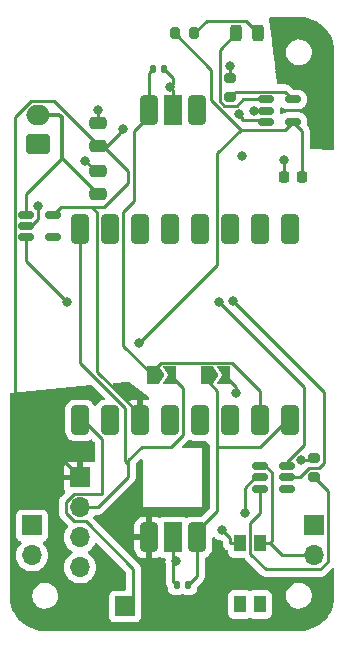
<source format=gbr>
%TF.GenerationSoftware,KiCad,Pcbnew,7.0.7*%
%TF.CreationDate,2024-09-13T10:44:57-05:00*%
%TF.ProjectId,OM-EPSC3-Micro,4f4d2d45-5053-4433-932d-4d6963726f2e,rev?*%
%TF.SameCoordinates,Original*%
%TF.FileFunction,Copper,L1,Top*%
%TF.FilePolarity,Positive*%
%FSLAX46Y46*%
G04 Gerber Fmt 4.6, Leading zero omitted, Abs format (unit mm)*
G04 Created by KiCad (PCBNEW 7.0.7) date 2024-09-13 10:44:57*
%MOMM*%
%LPD*%
G01*
G04 APERTURE LIST*
G04 Aperture macros list*
%AMRoundRect*
0 Rectangle with rounded corners*
0 $1 Rounding radius*
0 $2 $3 $4 $5 $6 $7 $8 $9 X,Y pos of 4 corners*
0 Add a 4 corners polygon primitive as box body*
4,1,4,$2,$3,$4,$5,$6,$7,$8,$9,$2,$3,0*
0 Add four circle primitives for the rounded corners*
1,1,$1+$1,$2,$3*
1,1,$1+$1,$4,$5*
1,1,$1+$1,$6,$7*
1,1,$1+$1,$8,$9*
0 Add four rect primitives between the rounded corners*
20,1,$1+$1,$2,$3,$4,$5,0*
20,1,$1+$1,$4,$5,$6,$7,0*
20,1,$1+$1,$6,$7,$8,$9,0*
20,1,$1+$1,$8,$9,$2,$3,0*%
%AMFreePoly0*
4,1,6,1.000000,0.000000,0.500000,-0.750000,-0.500000,-0.750000,-0.500000,0.750000,0.500000,0.750000,1.000000,0.000000,1.000000,0.000000,$1*%
%AMFreePoly1*
4,1,6,0.500000,-0.750000,-0.650000,-0.750000,-0.150000,0.000000,-0.650000,0.750000,0.500000,0.750000,0.500000,-0.750000,0.500000,-0.750000,$1*%
G04 Aperture macros list end*
%TA.AperFunction,ComponentPad*%
%ADD10R,1.700000X1.700000*%
%TD*%
%TA.AperFunction,SMDPad,CuDef*%
%ADD11RoundRect,0.200000X-0.200000X-0.275000X0.200000X-0.275000X0.200000X0.275000X-0.200000X0.275000X0*%
%TD*%
%TA.AperFunction,ComponentPad*%
%ADD12RoundRect,0.381000X-0.381000X0.881000X-0.381000X-0.881000X0.381000X-0.881000X0.381000X0.881000X0*%
%TD*%
%TA.AperFunction,ComponentPad*%
%ADD13R,1.524000X2.524000*%
%TD*%
%TA.AperFunction,SMDPad,CuDef*%
%ADD14RoundRect,0.150000X-0.512500X-0.150000X0.512500X-0.150000X0.512500X0.150000X-0.512500X0.150000X0*%
%TD*%
%TA.AperFunction,SMDPad,CuDef*%
%ADD15FreePoly0,0.000000*%
%TD*%
%TA.AperFunction,SMDPad,CuDef*%
%ADD16FreePoly1,0.000000*%
%TD*%
%TA.AperFunction,ComponentPad*%
%ADD17O,1.700000X1.700000*%
%TD*%
%TA.AperFunction,SMDPad,CuDef*%
%ADD18RoundRect,0.140000X-0.140000X-0.170000X0.140000X-0.170000X0.140000X0.170000X-0.140000X0.170000X0*%
%TD*%
%TA.AperFunction,ComponentPad*%
%ADD19RoundRect,0.381000X0.381000X-0.881000X0.381000X0.881000X-0.381000X0.881000X-0.381000X-0.881000X0*%
%TD*%
%TA.AperFunction,SMDPad,CuDef*%
%ADD20RoundRect,0.140000X0.140000X0.170000X-0.140000X0.170000X-0.140000X-0.170000X0.140000X-0.170000X0*%
%TD*%
%TA.AperFunction,SMDPad,CuDef*%
%ADD21RoundRect,0.250000X0.475000X-0.250000X0.475000X0.250000X-0.475000X0.250000X-0.475000X-0.250000X0*%
%TD*%
%TA.AperFunction,SMDPad,CuDef*%
%ADD22RoundRect,0.243750X-0.243750X-0.456250X0.243750X-0.456250X0.243750X0.456250X-0.243750X0.456250X0*%
%TD*%
%TA.AperFunction,SMDPad,CuDef*%
%ADD23RoundRect,0.200000X0.275000X-0.200000X0.275000X0.200000X-0.275000X0.200000X-0.275000X-0.200000X0*%
%TD*%
%TA.AperFunction,ComponentPad*%
%ADD24O,2.000000X1.700000*%
%TD*%
%TA.AperFunction,ComponentPad*%
%ADD25RoundRect,0.250000X0.750000X-0.600000X0.750000X0.600000X-0.750000X0.600000X-0.750000X-0.600000X0*%
%TD*%
%TA.AperFunction,SMDPad,CuDef*%
%ADD26R,1.000000X1.450000*%
%TD*%
%TA.AperFunction,SMDPad,CuDef*%
%ADD27RoundRect,0.225000X-0.225000X-0.250000X0.225000X-0.250000X0.225000X0.250000X-0.225000X0.250000X0*%
%TD*%
%TA.AperFunction,ViaPad*%
%ADD28C,0.800000*%
%TD*%
%TA.AperFunction,Conductor*%
%ADD29C,0.250000*%
%TD*%
%TA.AperFunction,Conductor*%
%ADD30C,0.350000*%
%TD*%
G04 APERTURE END LIST*
D10*
%TO.P,J5,1,Pin_1*%
%TO.N,+5V*%
X218694000Y-141478000D03*
%TD*%
D11*
%TO.P,R2,1*%
%TO.N,+5V*%
X222886000Y-92964000D03*
%TO.P,R2,2*%
%TO.N,Net-(D1-A)*%
X224536000Y-92964000D03*
%TD*%
D12*
%TO.P,H1,1,VCC*%
%TO.N,+3V3*%
X224790000Y-99449000D03*
D13*
%TO.P,H1,2,GND*%
%TO.N,GND*%
X222758000Y-99449000D03*
D12*
%TO.P,H1,3,VOUT*%
%TO.N,hall_1*%
X220726000Y-99449000D03*
%TD*%
D14*
%TO.P,U5,1,IN*%
%TO.N,+3V8*%
X210312000Y-108336000D03*
%TO.P,U5,2,GND*%
%TO.N,GND*%
X210312000Y-109286000D03*
%TO.P,U5,3,EN*%
%TO.N,LDO_EN*%
X210312000Y-110236000D03*
%TO.P,U5,4,NC*%
%TO.N,unconnected-(U5-NC-Pad4)*%
X212587000Y-110236000D03*
%TO.P,U5,5,OUT*%
%TO.N,+3V3*%
X212587000Y-108336000D03*
%TD*%
D15*
%TO.P,JP1,1,A*%
%TO.N,hall_1*%
X221054000Y-121920000D03*
D16*
%TO.P,JP1,2,B*%
%TO.N,ADC3*%
X222504000Y-121920000D03*
%TD*%
D14*
%TO.P,U2,1,~{CHRG}*%
%TO.N,Net-(D1-K)*%
X230632000Y-98552000D03*
%TO.P,U2,2,GND*%
%TO.N,GND*%
X230632000Y-99502000D03*
%TO.P,U2,3,BAT*%
%TO.N,+3V8*%
X230632000Y-100452000D03*
%TO.P,U2,4,V_{CC}*%
%TO.N,+5V*%
X232907000Y-100452000D03*
%TO.P,U2,5,PROG*%
%TO.N,Net-(U2-PROG)*%
X232907000Y-98552000D03*
%TD*%
D10*
%TO.P,J3,1,Pin_1*%
%TO.N,GND*%
X234696000Y-134620000D03*
D17*
%TO.P,J3,2,Pin_2*%
%TO.N,RMT-BTN*%
X234696000Y-137160000D03*
%TD*%
D18*
%TO.P,C1,1*%
%TO.N,GND*%
X223068000Y-139700000D03*
%TO.P,C1,2*%
%TO.N,hall_0*%
X224028000Y-139700000D03*
%TD*%
D19*
%TO.P,H0,1,VCC*%
%TO.N,+3V3*%
X220726000Y-135628000D03*
D13*
%TO.P,H0,2,GND*%
%TO.N,GND*%
X222758000Y-135628000D03*
D19*
%TO.P,H0,3,VOUT*%
%TO.N,hall_0*%
X224790000Y-135628000D03*
%TD*%
D20*
%TO.P,C2,1*%
%TO.N,GND*%
X221996000Y-96012000D03*
%TO.P,C2,2*%
%TO.N,hall_1*%
X221036000Y-96012000D03*
%TD*%
D15*
%TO.P,JP2,1,A*%
%TO.N,hall_0*%
X225626000Y-121920000D03*
D16*
%TO.P,JP2,2,B*%
%TO.N,ADC2*%
X227076000Y-121920000D03*
%TD*%
D21*
%TO.P,C9,1*%
%TO.N,+3V8*%
X216408000Y-106548000D03*
%TO.P,C9,2*%
%TO.N,GND*%
X216408000Y-104648000D03*
%TD*%
D10*
%TO.P,J1,1,Pin_1*%
%TO.N,+3V3*%
X214884000Y-130556000D03*
D17*
%TO.P,J1,2,Pin_2*%
%TO.N,ADC3*%
X214884000Y-133096000D03*
%TO.P,J1,3,Pin_3*%
%TO.N,ADC2*%
X214884000Y-135636000D03*
%TO.P,J1,4,Pin_4*%
%TO.N,GND*%
X214884000Y-138176000D03*
%TD*%
D22*
%TO.P,D1,1,K*%
%TO.N,Net-(D1-K)*%
X228092000Y-92964000D03*
%TO.P,D1,2,A*%
%TO.N,Net-(D1-A)*%
X229967000Y-92964000D03*
%TD*%
D23*
%TO.P,R1,1*%
%TO.N,Net-(U2-PROG)*%
X227584000Y-98361000D03*
%TO.P,R1,2*%
%TO.N,GND*%
X227584000Y-96711000D03*
%TD*%
D19*
%TO.P,U1,0,GPIO0*%
%TO.N,hall_0*%
X232664000Y-125722000D03*
%TO.P,U1,1,GPIO1*%
%TO.N,hall_1*%
X230124000Y-125722000D03*
%TO.P,U1,2,GPIO2*%
%TO.N,unconnected-(U1-GPIO2-Pad2)*%
X227584000Y-125722000D03*
%TO.P,U1,3,GPIO3*%
%TO.N,ADC2*%
X225044000Y-125722000D03*
%TO.P,U1,4,GPIO4*%
%TO.N,unconnected-(U1-GPIO4-Pad4)*%
X222504000Y-125722000D03*
%TO.P,U1,5,GPIO5*%
%TO.N,ADC3*%
X214884000Y-109482000D03*
%TO.P,U1,6,GPIO6*%
%TO.N,unconnected-(U1-GPIO6-Pad6)*%
X217424000Y-109482000D03*
%TO.P,U1,7,GPIO7*%
%TO.N,unconnected-(U1-GPIO7-Pad7)*%
X219964000Y-109482000D03*
%TO.P,U1,8,GPIO8*%
%TO.N,SDA*%
X222504000Y-109482000D03*
%TO.P,U1,9,GPIO9*%
%TO.N,SCL*%
X225044000Y-109482000D03*
%TO.P,U1,10,GPIO10*%
%TO.N,unconnected-(U1-GPIO10-Pad10)*%
X227584000Y-109482000D03*
%TO.P,U1,20,GPIO20*%
%TO.N,unconnected-(U1-GPIO20-Pad20)*%
X230124000Y-109482000D03*
%TO.P,U1,21,GPIO21*%
%TO.N,unconnected-(U1-GPIO21-Pad21)*%
X232664000Y-109482000D03*
%TO.P,U1,100,5V*%
%TO.N,+5V*%
X214884000Y-125722000D03*
%TO.P,U1,101,GND*%
%TO.N,GND*%
X217424000Y-125722000D03*
%TO.P,U1,102,3V3*%
%TO.N,+3V3*%
X219964000Y-125722000D03*
%TD*%
D23*
%TO.P,R8,1*%
%TO.N,Net-(MAX1-CLEAR)*%
X234696000Y-130556000D03*
%TO.P,R8,2*%
%TO.N,GND*%
X234696000Y-128906000D03*
%TD*%
D24*
%TO.P,J4,1*%
%TO.N,+3V8*%
X211328000Y-99842000D03*
D25*
%TO.P,J4,2*%
%TO.N,GND*%
X211328000Y-102342000D03*
%TD*%
D26*
%TO.P,SW2,1,1*%
%TO.N,GND*%
X228424000Y-136144000D03*
%TO.P,SW2,2,2*%
%TO.N,RMT-BTN*%
X230124000Y-136144000D03*
%TO.P,SW2,3*%
%TO.N,N/C*%
X228424000Y-141294000D03*
%TO.P,SW2,4*%
X230124000Y-141294000D03*
%TD*%
D10*
%TO.P,J2,1,Pin_1*%
%TO.N,GND*%
X210820000Y-134620000D03*
D17*
%TO.P,J2,2,Pin_2*%
%TO.N,RMT-BTN*%
X210820000Y-137160000D03*
%TD*%
D27*
%TO.P,C5,1*%
%TO.N,GND*%
X232130000Y-105156000D03*
%TO.P,C5,2*%
%TO.N,+5V*%
X233680000Y-105156000D03*
%TD*%
D14*
%TO.P,MAX1,1,In*%
%TO.N,RMT-BTN*%
X230124000Y-129606000D03*
%TO.P,MAX1,2,GND*%
%TO.N,GND*%
X230124000Y-130556000D03*
%TO.P,MAX1,3,CLEAR*%
%TO.N,Net-(MAX1-CLEAR)*%
X230124000Y-131506000D03*
%TO.P,MAX1,4,OU*%
%TO.N,unconnected-(MAX1-OU-Pad4)*%
X232399000Y-131506000D03*
%TO.P,MAX1,5,OUT*%
%TO.N,LDO_EN*%
X232399000Y-130556000D03*
%TO.P,MAX1,6,Vcc*%
%TO.N,+3V8*%
X232399000Y-129606000D03*
%TD*%
D21*
%TO.P,C10,1*%
%TO.N,+3V3*%
X216408000Y-102484000D03*
%TO.P,C10,2*%
%TO.N,GND*%
X216408000Y-100584000D03*
%TD*%
D28*
%TO.N,GND*%
X229616000Y-99568000D03*
%TO.N,+3V8*%
X228346000Y-99822000D03*
%TO.N,*%
X228600000Y-103378000D03*
%TO.N,+3V3*%
X218489800Y-101041000D03*
X231801300Y-96232700D03*
%TO.N,GND*%
X216408000Y-99474600D03*
X228805000Y-133545300D03*
X222504000Y-97536000D03*
X227584000Y-95707800D03*
X232118700Y-103663200D03*
X233598800Y-129044100D03*
X211319300Y-107598200D03*
X223012000Y-137668000D03*
X226872300Y-134971900D03*
X215328600Y-103757000D03*
%TO.N,+5V*%
X219904700Y-119139000D03*
%TO.N,ADC2*%
X228092000Y-123444000D03*
%TO.N,+3V8*%
X226621900Y-115696500D03*
%TO.N,LDO_EN*%
X213765600Y-115696500D03*
X227806600Y-115636700D03*
%TD*%
D29*
%TO.N,GND*%
X230566000Y-99568000D02*
X230632000Y-99502000D01*
X229616000Y-99568000D02*
X230566000Y-99568000D01*
%TO.N,+3V8*%
X228346000Y-100076000D02*
X228346000Y-100076000D01*
X228600000Y-100076000D02*
X228346000Y-100076000D01*
X228600000Y-100330000D02*
X228600000Y-100076000D01*
X228092000Y-99822000D02*
X228092000Y-99822000D01*
X228346000Y-99822000D02*
X228092000Y-99822000D01*
X228346000Y-100076000D02*
X228346000Y-99822000D01*
X228600000Y-100330000D02*
X228600000Y-100330000D01*
X229108000Y-100330000D02*
X228600000Y-100330000D01*
X230510000Y-100330000D02*
X229108000Y-100330000D01*
X230632000Y-100452000D02*
X230510000Y-100330000D01*
%TO.N,+5V*%
X214884000Y-125442435D02*
X214884000Y-125222000D01*
X216750565Y-127309000D02*
X214884000Y-125442435D01*
X216750565Y-131917734D02*
X216750565Y-127309000D01*
X214400565Y-131917734D02*
X216750565Y-131917734D01*
X213709000Y-132609299D02*
X214400565Y-131917734D01*
X213709000Y-133582701D02*
X213709000Y-132609299D01*
X214397299Y-134271000D02*
X213709000Y-133582701D01*
X215370701Y-134271000D02*
X214397299Y-134271000D01*
X219398000Y-138298299D02*
X215370701Y-134271000D01*
X219398000Y-140774000D02*
X219398000Y-138298299D01*
X218694000Y-141478000D02*
X219398000Y-140774000D01*
X226473600Y-103083900D02*
X228458600Y-101098900D01*
%TO.N,+3V3*%
X216996000Y-102646900D02*
X218232500Y-101410400D01*
X218232500Y-101296700D02*
X218489800Y-101039400D01*
X213227000Y-107696000D02*
X212587000Y-108336000D01*
X209324500Y-124996500D02*
X209324500Y-100033799D01*
X218232500Y-101410400D02*
X218232500Y-101296700D01*
X214884000Y-130556000D02*
X209324500Y-124996500D01*
X218948000Y-104599000D02*
X218948000Y-105664000D01*
X219964000Y-125222000D02*
X216337000Y-121595000D01*
X216996000Y-102646900D02*
X218948000Y-104599000D01*
X210691299Y-98667000D02*
X212658106Y-98667000D01*
X215900000Y-107696000D02*
X213227000Y-107696000D01*
X216916000Y-107696000D02*
X215900000Y-107696000D01*
X218489800Y-101039400D02*
X218489800Y-101041000D01*
X216833000Y-102484000D02*
X216996000Y-102646900D01*
X212658106Y-98667000D02*
X216408000Y-102416894D01*
X216408000Y-102416894D02*
X216408000Y-102484000D01*
X218948000Y-105664000D02*
X216916000Y-107696000D01*
X216337000Y-121595000D02*
X216337000Y-108133000D01*
X209324500Y-100033799D02*
X210691299Y-98667000D01*
X216337000Y-108133000D02*
X215900000Y-107696000D01*
X216408000Y-102484000D02*
X216833000Y-102484000D01*
%TO.N,hall_1*%
X230124000Y-123258000D02*
X227711000Y-120845000D01*
X221719000Y-120845000D02*
X221054000Y-121510000D01*
X220726000Y-96322000D02*
X220726000Y-99949000D01*
X220726000Y-99949000D02*
X219456000Y-101219000D01*
X221036000Y-96012000D02*
X220726000Y-96322000D01*
X227711000Y-120845000D02*
X221719000Y-120845000D01*
X219456000Y-107188000D02*
X218545000Y-108099000D01*
X218545000Y-108099000D02*
X218545000Y-119411000D01*
X230124000Y-125222000D02*
X230124000Y-123258000D01*
X219456000Y-101219000D02*
X219456000Y-107188000D01*
X221054000Y-121510000D02*
X221054000Y-121920000D01*
X218545000Y-119411000D02*
X221054000Y-121920000D01*
%TO.N,hall_0*%
X226497000Y-133421000D02*
X226497000Y-128016000D01*
X226497000Y-128016000D02*
X226497000Y-123201000D01*
X230090000Y-128016000D02*
X226497000Y-128016000D01*
X224790000Y-135128000D02*
X224790000Y-138938000D01*
X232664000Y-125222000D02*
X232664000Y-125442000D01*
X232664000Y-125442000D02*
X230090000Y-128016000D01*
X226497000Y-123201000D02*
X225626000Y-122330000D01*
X224790000Y-138938000D02*
X224028000Y-139700000D01*
X224790000Y-135128000D02*
X226497000Y-133421000D01*
X225626000Y-122330000D02*
X225626000Y-121920000D01*
%TO.N,GND*%
X211319300Y-108685400D02*
X210718700Y-109286000D01*
X227597100Y-135696700D02*
X227597100Y-136144000D01*
X216219600Y-104648000D02*
X216408000Y-104648000D01*
X221996000Y-96012000D02*
X222758000Y-96774000D01*
X227584000Y-95707800D02*
X227584000Y-96711000D01*
X223068000Y-139700000D02*
X222758000Y-139390000D01*
X234696000Y-128906000D02*
X234557900Y-129044100D01*
X222758000Y-137414000D02*
X222758000Y-135128000D01*
X232118700Y-103663200D02*
X232130000Y-103674500D01*
X222758000Y-97790000D02*
X222758000Y-99949000D01*
X232130000Y-103674500D02*
X232130000Y-105156000D01*
X222758000Y-96774000D02*
X222758000Y-97282000D01*
X222758000Y-97282000D02*
X222504000Y-97536000D01*
X215328600Y-103757000D02*
X216219600Y-104648000D01*
X226872300Y-134971900D02*
X227597100Y-135696700D01*
X229683100Y-130556000D02*
X230124000Y-130556000D01*
X228424000Y-136144000D02*
X227597100Y-136144000D01*
X210718700Y-109286000D02*
X210312000Y-109286000D01*
X211319300Y-107598200D02*
X211319300Y-108685400D01*
X234557900Y-129044100D02*
X233598800Y-129044100D01*
X222504000Y-97536000D02*
X222758000Y-97790000D01*
X222758000Y-139390000D02*
X222758000Y-137922000D01*
X228805000Y-131434100D02*
X229683100Y-130556000D01*
X222758000Y-137922000D02*
X223012000Y-137668000D01*
X223012000Y-137668000D02*
X222758000Y-137414000D01*
X228805000Y-133545300D02*
X228805000Y-131434100D01*
X216408000Y-99474600D02*
X216408000Y-100584000D01*
%TO.N,+5V*%
X222886000Y-92964000D02*
X225977100Y-96055100D01*
X233680000Y-105156000D02*
X233680000Y-101225000D01*
X225977100Y-98617400D02*
X228458600Y-101098900D01*
X228458600Y-101098900D02*
X232260100Y-101098900D01*
X233680000Y-101225000D02*
X232907000Y-100452000D01*
X226473600Y-112570100D02*
X226473600Y-103083900D01*
X225977100Y-96055100D02*
X225977100Y-98617400D01*
X232260100Y-101098900D02*
X232907000Y-100452000D01*
X219904700Y-119139000D02*
X226473600Y-112570100D01*
%TO.N,ADC3*%
X220113000Y-127936000D02*
X218948000Y-129101000D01*
X218694000Y-124654600D02*
X214884000Y-120844600D01*
X214884000Y-120844600D02*
X214884000Y-109982000D01*
X218694000Y-129151900D02*
X218694000Y-124654600D01*
X218948000Y-130523000D02*
X216375000Y-133096000D01*
X222504000Y-121920000D02*
X223591000Y-123007000D01*
X218948000Y-129405900D02*
X218694000Y-129151900D01*
X223591000Y-126929000D02*
X222584000Y-127936000D01*
X216375000Y-133096000D02*
X214884000Y-133096000D01*
X218948000Y-129101000D02*
X218948000Y-129405900D01*
X223591000Y-123007000D02*
X223591000Y-126929000D01*
X218948000Y-129405900D02*
X218948000Y-130523000D01*
X222584000Y-127936000D02*
X220113000Y-127936000D01*
%TO.N,ADC2*%
X228092000Y-123444000D02*
X228092000Y-122936000D01*
X228092000Y-122936000D02*
X227076000Y-121920000D01*
%TO.N,Net-(D1-K)*%
X227088200Y-99089400D02*
X226698700Y-98699900D01*
X228659400Y-98552000D02*
X228122000Y-99089400D01*
X230632000Y-98552000D02*
X228659400Y-98552000D01*
X228122000Y-99089400D02*
X227088200Y-99089400D01*
X226698700Y-94357300D02*
X228092000Y-92964000D01*
X226698700Y-98699900D02*
X226698700Y-94357300D01*
D30*
%TO.N,+3V8*%
X213126000Y-99842000D02*
X211328000Y-99842000D01*
D29*
X232399000Y-129216000D02*
X232399000Y-129606000D01*
D30*
X216408000Y-106548000D02*
X213360000Y-103500000D01*
X213360000Y-103500000D02*
X213360000Y-100076000D01*
D29*
X226621900Y-115696500D02*
X233798900Y-122873500D01*
X213360000Y-103500000D02*
X210312000Y-106548000D01*
X233798900Y-122873500D02*
X233798900Y-127816100D01*
D30*
X213360000Y-100076000D02*
X213126000Y-99842000D01*
D29*
X210312000Y-106548000D02*
X210312000Y-108336000D01*
X233798900Y-127816100D02*
X232399000Y-129216000D01*
%TO.N,Net-(D1-A)*%
X224536000Y-92964000D02*
X225583000Y-91917000D01*
X225583000Y-91917000D02*
X228920000Y-91917000D01*
X228920000Y-91917000D02*
X229967000Y-92964000D01*
%TO.N,Net-(U2-PROG)*%
X228046800Y-97898200D02*
X227584000Y-98361000D01*
X232907000Y-98552000D02*
X232253200Y-97898200D01*
X232253200Y-97898200D02*
X228046800Y-97898200D01*
%TO.N,RMT-BTN*%
X230124000Y-129606000D02*
X230607300Y-129606000D01*
X230124000Y-136144000D02*
X230950900Y-136144000D01*
X234696000Y-137160000D02*
X231966900Y-137160000D01*
X230607300Y-129606000D02*
X231164500Y-130163200D01*
X231966900Y-137160000D02*
X230950900Y-136144000D01*
X231164500Y-135930400D02*
X230950900Y-136144000D01*
X231164500Y-130163200D02*
X231164500Y-135930400D01*
%TO.N,Net-(MAX1-CLEAR)*%
X230628700Y-138336900D02*
X235205500Y-138336900D01*
X229297100Y-137005300D02*
X230628700Y-138336900D01*
X230124000Y-133600900D02*
X229297100Y-134427800D01*
X235205500Y-138336900D02*
X235872900Y-137669500D01*
X235872900Y-137669500D02*
X235872900Y-131732900D01*
X230124000Y-131506000D02*
X230124000Y-133600900D01*
X235872900Y-131732900D02*
X234696000Y-130556000D01*
X229297100Y-134427800D02*
X229297100Y-137005300D01*
%TO.N,LDO_EN*%
X232399000Y-130556000D02*
X233474200Y-130556000D01*
X235125700Y-129731000D02*
X235502600Y-129354100D01*
X234299200Y-129731000D02*
X235125700Y-129731000D01*
X235502600Y-129354100D02*
X235502600Y-123332700D01*
X233474200Y-130556000D02*
X234299200Y-129731000D01*
X235502600Y-123332700D02*
X227806600Y-115636700D01*
X213765600Y-115696500D02*
X210312100Y-112243000D01*
X210312100Y-112243000D02*
X210312100Y-110236000D01*
X210312100Y-110236000D02*
X210312000Y-110236000D01*
%TD*%
%TA.AperFunction,Conductor*%
%TO.N,+3V3*%
G36*
X215890115Y-122743699D02*
G01*
X215921116Y-122766306D01*
X216923520Y-123768710D01*
X216957005Y-123830033D01*
X216952021Y-123899725D01*
X216910149Y-123955658D01*
X216865766Y-123976725D01*
X216737228Y-124008691D01*
X216737221Y-124008694D01*
X216565456Y-124093881D01*
X216565453Y-124093883D01*
X216416010Y-124214009D01*
X216416009Y-124214010D01*
X216295883Y-124363453D01*
X216295881Y-124363457D01*
X216265086Y-124425548D01*
X216217665Y-124476860D01*
X216150029Y-124494388D01*
X216083654Y-124472568D01*
X216042911Y-124425547D01*
X216012116Y-124363453D01*
X215891990Y-124214010D01*
X215863921Y-124191447D01*
X215742546Y-124093883D01*
X215742543Y-124093881D01*
X215570778Y-124008694D01*
X215570776Y-124008693D01*
X215570775Y-124008693D01*
X215532939Y-123999283D01*
X215384708Y-123962419D01*
X215341658Y-123959500D01*
X215341657Y-123959500D01*
X214426344Y-123959501D01*
X214426343Y-123959501D01*
X214383298Y-123962418D01*
X214383297Y-123962418D01*
X214197221Y-124008694D01*
X214025456Y-124093881D01*
X214025453Y-124093883D01*
X213876010Y-124214009D01*
X213876009Y-124214010D01*
X213755883Y-124363453D01*
X213755881Y-124363456D01*
X213670694Y-124535221D01*
X213624419Y-124721291D01*
X213621500Y-124764342D01*
X213621501Y-126679656D01*
X213621501Y-126679657D01*
X213624418Y-126722701D01*
X213624418Y-126722702D01*
X213670694Y-126908778D01*
X213755881Y-127080543D01*
X213755883Y-127080546D01*
X213876009Y-127229989D01*
X213876010Y-127229990D01*
X214025453Y-127350116D01*
X214025456Y-127350118D01*
X214151485Y-127412622D01*
X214197225Y-127435307D01*
X214347013Y-127472558D01*
X214383291Y-127481580D01*
X214383292Y-127481580D01*
X214383296Y-127481581D01*
X214422336Y-127484228D01*
X214426342Y-127484500D01*
X214426342Y-127484499D01*
X214426343Y-127484500D01*
X215341656Y-127484499D01*
X215341657Y-127484499D01*
X215352417Y-127483769D01*
X215384704Y-127481581D01*
X215570775Y-127435307D01*
X215742547Y-127350116D01*
X215747059Y-127346488D01*
X215811642Y-127319830D01*
X215880387Y-127332318D01*
X215912429Y-127355454D01*
X216088746Y-127531771D01*
X216122231Y-127593094D01*
X216125065Y-127619452D01*
X216125065Y-129139617D01*
X216105380Y-129206656D01*
X216052576Y-129252411D01*
X215983418Y-129262355D01*
X215957733Y-129255799D01*
X215841382Y-129212403D01*
X215841372Y-129212401D01*
X215781844Y-129206000D01*
X215134000Y-129206000D01*
X215134000Y-129943698D01*
X215114315Y-130010737D01*
X215061511Y-130056492D01*
X214992355Y-130066436D01*
X214919766Y-130056000D01*
X214919763Y-130056000D01*
X214848237Y-130056000D01*
X214848233Y-130056000D01*
X214775645Y-130066436D01*
X214706487Y-130056492D01*
X214653684Y-130010736D01*
X214634000Y-129943698D01*
X214634000Y-129206000D01*
X213986155Y-129206000D01*
X213926627Y-129212401D01*
X213926620Y-129212403D01*
X213791913Y-129262645D01*
X213791906Y-129262649D01*
X213676812Y-129348809D01*
X213676809Y-129348812D01*
X213590649Y-129463906D01*
X213590645Y-129463913D01*
X213540403Y-129598620D01*
X213540401Y-129598627D01*
X213534000Y-129658155D01*
X213534000Y-130306000D01*
X214270653Y-130306000D01*
X214337692Y-130325685D01*
X214383447Y-130378489D01*
X214393391Y-130447647D01*
X214389631Y-130464933D01*
X214384000Y-130484111D01*
X214384000Y-130627888D01*
X214389631Y-130647067D01*
X214389630Y-130716936D01*
X214351855Y-130775714D01*
X214288299Y-130804738D01*
X214270653Y-130806000D01*
X213534000Y-130806000D01*
X213534000Y-131453844D01*
X213540401Y-131513372D01*
X213540402Y-131513376D01*
X213590649Y-131648093D01*
X213609726Y-131673577D01*
X213634142Y-131739041D01*
X213619290Y-131807314D01*
X213598139Y-131835567D01*
X213325208Y-132108498D01*
X213312951Y-132118319D01*
X213313134Y-132118540D01*
X213307123Y-132123512D01*
X213259772Y-132173935D01*
X213238888Y-132194818D01*
X213238877Y-132194831D01*
X213234621Y-132200316D01*
X213230837Y-132204746D01*
X213198937Y-132238717D01*
X213198936Y-132238719D01*
X213189284Y-132256275D01*
X213178610Y-132272525D01*
X213166329Y-132288360D01*
X213166324Y-132288367D01*
X213147815Y-132331137D01*
X213145245Y-132336383D01*
X213122803Y-132377205D01*
X213117822Y-132396606D01*
X213111521Y-132415009D01*
X213103562Y-132433401D01*
X213103561Y-132433404D01*
X213096271Y-132479426D01*
X213095087Y-132485145D01*
X213083501Y-132530271D01*
X213083500Y-132530281D01*
X213083500Y-132550315D01*
X213081973Y-132569714D01*
X213078840Y-132589493D01*
X213078840Y-132589494D01*
X213083225Y-132635882D01*
X213083500Y-132641720D01*
X213083500Y-133499956D01*
X213081775Y-133515573D01*
X213082061Y-133515600D01*
X213081326Y-133523366D01*
X213083500Y-133592515D01*
X213083500Y-133622044D01*
X213083501Y-133622061D01*
X213084368Y-133628932D01*
X213084826Y-133634751D01*
X213086290Y-133681325D01*
X213086291Y-133681328D01*
X213091880Y-133700568D01*
X213095824Y-133719612D01*
X213098336Y-133739493D01*
X213115490Y-133782820D01*
X213117382Y-133788348D01*
X213130381Y-133833089D01*
X213140580Y-133850335D01*
X213149136Y-133867801D01*
X213150763Y-133871908D01*
X213156514Y-133886433D01*
X213183898Y-133924124D01*
X213187106Y-133929008D01*
X213210827Y-133969117D01*
X213210833Y-133969125D01*
X213224990Y-133983281D01*
X213237628Y-133998077D01*
X213249405Y-134014287D01*
X213249406Y-134014288D01*
X213285309Y-134043989D01*
X213289620Y-134047911D01*
X213571157Y-134329448D01*
X213838527Y-134596818D01*
X213872012Y-134658141D01*
X213867028Y-134727833D01*
X213848311Y-134759955D01*
X213848610Y-134760164D01*
X213846106Y-134763738D01*
X213845837Y-134764202D01*
X213845508Y-134764593D01*
X213709965Y-134958169D01*
X213709964Y-134958171D01*
X213610098Y-135172335D01*
X213610094Y-135172344D01*
X213548938Y-135400586D01*
X213548936Y-135400596D01*
X213528341Y-135635999D01*
X213528341Y-135636000D01*
X213548936Y-135871403D01*
X213548938Y-135871413D01*
X213610094Y-136099655D01*
X213610096Y-136099659D01*
X213610097Y-136099663D01*
X213685861Y-136262138D01*
X213709965Y-136313830D01*
X213709967Y-136313834D01*
X213803724Y-136447732D01*
X213836252Y-136494187D01*
X213845501Y-136507395D01*
X213845506Y-136507402D01*
X214012597Y-136674493D01*
X214012603Y-136674498D01*
X214198158Y-136804425D01*
X214241783Y-136859002D01*
X214248977Y-136928500D01*
X214217454Y-136990855D01*
X214198158Y-137007575D01*
X214012597Y-137137505D01*
X213845505Y-137304597D01*
X213709965Y-137498169D01*
X213709964Y-137498171D01*
X213610098Y-137712335D01*
X213610094Y-137712344D01*
X213548938Y-137940586D01*
X213548936Y-137940596D01*
X213528341Y-138175999D01*
X213528341Y-138176000D01*
X213548936Y-138411403D01*
X213548938Y-138411413D01*
X213610094Y-138639655D01*
X213610096Y-138639659D01*
X213610097Y-138639663D01*
X213647878Y-138720684D01*
X213709965Y-138853830D01*
X213709967Y-138853834D01*
X213818281Y-139008521D01*
X213845505Y-139047401D01*
X214012599Y-139214495D01*
X214098668Y-139274761D01*
X214206165Y-139350032D01*
X214206167Y-139350033D01*
X214206170Y-139350035D01*
X214420337Y-139449903D01*
X214648592Y-139511063D01*
X214836918Y-139527539D01*
X214883999Y-139531659D01*
X214884000Y-139531659D01*
X214884001Y-139531659D01*
X214923234Y-139528226D01*
X215119408Y-139511063D01*
X215347663Y-139449903D01*
X215561830Y-139350035D01*
X215755401Y-139214495D01*
X215922495Y-139047401D01*
X216058035Y-138853830D01*
X216157903Y-138639663D01*
X216219063Y-138411408D01*
X216239659Y-138176000D01*
X216238313Y-138160621D01*
X216227435Y-138036284D01*
X216219063Y-137940592D01*
X216157903Y-137712337D01*
X216058035Y-137498171D01*
X216052567Y-137490361D01*
X215922494Y-137304597D01*
X215755402Y-137137506D01*
X215755396Y-137137501D01*
X215569842Y-137007575D01*
X215526217Y-136952998D01*
X215519023Y-136883500D01*
X215550546Y-136821145D01*
X215569842Y-136804425D01*
X215656689Y-136743614D01*
X215755401Y-136674495D01*
X215922495Y-136507401D01*
X216058035Y-136313830D01*
X216132949Y-136153174D01*
X216179120Y-136100737D01*
X216246313Y-136081585D01*
X216313194Y-136101800D01*
X216333011Y-136117900D01*
X218736181Y-138521070D01*
X218769666Y-138582393D01*
X218772500Y-138608751D01*
X218772499Y-140003500D01*
X218752814Y-140070540D01*
X218700010Y-140116294D01*
X218648499Y-140127500D01*
X217796129Y-140127500D01*
X217796123Y-140127501D01*
X217736516Y-140133908D01*
X217601671Y-140184202D01*
X217601664Y-140184206D01*
X217486455Y-140270452D01*
X217486452Y-140270455D01*
X217400206Y-140385664D01*
X217400202Y-140385671D01*
X217349908Y-140520517D01*
X217345117Y-140565084D01*
X217343501Y-140580123D01*
X217343500Y-140580135D01*
X217343500Y-142375870D01*
X217343501Y-142375876D01*
X217349908Y-142435483D01*
X217400202Y-142570328D01*
X217400206Y-142570335D01*
X217486452Y-142685544D01*
X217486455Y-142685547D01*
X217601664Y-142771793D01*
X217601671Y-142771797D01*
X217736517Y-142822091D01*
X217736516Y-142822091D01*
X217743444Y-142822835D01*
X217796127Y-142828500D01*
X219591872Y-142828499D01*
X219651483Y-142822091D01*
X219786331Y-142771796D01*
X219901546Y-142685546D01*
X219987796Y-142570331D01*
X220038091Y-142435483D01*
X220044500Y-142375873D01*
X220044500Y-142066870D01*
X227423500Y-142066870D01*
X227423501Y-142066876D01*
X227429908Y-142126483D01*
X227480202Y-142261328D01*
X227480206Y-142261335D01*
X227566452Y-142376544D01*
X227566455Y-142376547D01*
X227681664Y-142462793D01*
X227681671Y-142462797D01*
X227816517Y-142513091D01*
X227816516Y-142513091D01*
X227823444Y-142513835D01*
X227876127Y-142519500D01*
X228971872Y-142519499D01*
X229031483Y-142513091D01*
X229166329Y-142462797D01*
X229166329Y-142462796D01*
X229166331Y-142462796D01*
X229199689Y-142437823D01*
X229265151Y-142413406D01*
X229333425Y-142428257D01*
X229348305Y-142437820D01*
X229381669Y-142462796D01*
X229381670Y-142462796D01*
X229381670Y-142462797D01*
X229516517Y-142513091D01*
X229516516Y-142513091D01*
X229523444Y-142513835D01*
X229576127Y-142519500D01*
X230671872Y-142519499D01*
X230731483Y-142513091D01*
X230866331Y-142462796D01*
X230981546Y-142376546D01*
X231067796Y-142261331D01*
X231118091Y-142126483D01*
X231124500Y-142066873D01*
X231124499Y-140561004D01*
X232314490Y-140561004D01*
X232314649Y-140563187D01*
X232315018Y-140565084D01*
X232349000Y-140831113D01*
X232349128Y-140833139D01*
X232349221Y-140833625D01*
X232349463Y-140835119D01*
X232349973Y-140836516D01*
X232350281Y-140837436D01*
X232351118Y-140839192D01*
X232406615Y-140979859D01*
X232406620Y-140979870D01*
X232447284Y-141082942D01*
X232448427Y-141086576D01*
X232450552Y-141091248D01*
X232451848Y-141093238D01*
X232453080Y-141094714D01*
X232610061Y-141310800D01*
X232611161Y-141312557D01*
X232611521Y-141312995D01*
X232612580Y-141314369D01*
X232613880Y-141315502D01*
X232616268Y-141317711D01*
X232619510Y-141320023D01*
X232822270Y-141487566D01*
X232823852Y-141489073D01*
X232824006Y-141489185D01*
X232825715Y-141490518D01*
X232827659Y-141491478D01*
X232830170Y-141492837D01*
X232833974Y-141494298D01*
X233070839Y-141605595D01*
X233072626Y-141606592D01*
X233073234Y-141606836D01*
X233074802Y-141607520D01*
X233076422Y-141607872D01*
X233079970Y-141608749D01*
X233083861Y-141609204D01*
X233341700Y-141658682D01*
X233344161Y-141659332D01*
X233345943Y-141659625D01*
X233348627Y-141659500D01*
X233351203Y-141659494D01*
X233355379Y-141658918D01*
X233616710Y-141642765D01*
X233618813Y-141642780D01*
X233619179Y-141642736D01*
X233621103Y-141642562D01*
X233622937Y-141642017D01*
X233623348Y-141641908D01*
X233625292Y-141641116D01*
X233873556Y-141559625D01*
X233877083Y-141558777D01*
X233881976Y-141556931D01*
X233883266Y-141556479D01*
X233884548Y-141555711D01*
X233888182Y-141553661D01*
X233891235Y-141551395D01*
X234108558Y-141414283D01*
X234112181Y-141412351D01*
X234114786Y-141410491D01*
X234116353Y-141409446D01*
X234117679Y-141408103D01*
X234120170Y-141405733D01*
X234122725Y-141402573D01*
X234298916Y-141215196D01*
X234302162Y-141212229D01*
X234303590Y-141210502D01*
X234305510Y-141208391D01*
X234306940Y-141205908D01*
X234308067Y-141204145D01*
X234309925Y-141200073D01*
X234407208Y-141023057D01*
X234407217Y-141023049D01*
X234434014Y-140974286D01*
X234436275Y-140970805D01*
X234437600Y-140968019D01*
X234438551Y-140966183D01*
X234439113Y-140964181D01*
X234439959Y-140961529D01*
X234440690Y-140957451D01*
X234504191Y-140708123D01*
X234505407Y-140704502D01*
X234506210Y-140700528D01*
X234506552Y-140699033D01*
X234506597Y-140697459D01*
X234506642Y-140696650D01*
X234506500Y-140694617D01*
X234506500Y-140431844D01*
X234506770Y-140428037D01*
X234506582Y-140424387D01*
X234506545Y-140422954D01*
X234506236Y-140421575D01*
X234505512Y-140417932D01*
X234504285Y-140414239D01*
X234497009Y-140385671D01*
X234440667Y-140164453D01*
X234439974Y-140160602D01*
X234438976Y-140157413D01*
X234438524Y-140155808D01*
X234437767Y-140154320D01*
X234437488Y-140153731D01*
X234436358Y-140151974D01*
X234309752Y-139921608D01*
X234308025Y-139917850D01*
X234306577Y-139915550D01*
X234305473Y-139913645D01*
X234304011Y-139912004D01*
X234303966Y-139911949D01*
X234302376Y-139910478D01*
X234119207Y-139715679D01*
X234117866Y-139714048D01*
X234116430Y-139712598D01*
X234114760Y-139711477D01*
X234114405Y-139711221D01*
X234112517Y-139710209D01*
X233886929Y-139567882D01*
X233885531Y-139566858D01*
X233883211Y-139565529D01*
X233877697Y-139563469D01*
X233874443Y-139562660D01*
X233648898Y-139488627D01*
X233624904Y-139480751D01*
X233623149Y-139480049D01*
X233621094Y-139479493D01*
X233619080Y-139479258D01*
X233617175Y-139479258D01*
X233350280Y-139462761D01*
X233348324Y-139462506D01*
X233347469Y-139462500D01*
X233345933Y-139462447D01*
X233344337Y-139462695D01*
X233344120Y-139462722D01*
X233342140Y-139463229D01*
X233336814Y-139464250D01*
X233336803Y-139464254D01*
X233078762Y-139513769D01*
X233076841Y-139514014D01*
X233076156Y-139514186D01*
X233075016Y-139514442D01*
X233074976Y-139514461D01*
X233072897Y-139515296D01*
X233071164Y-139516250D01*
X232829517Y-139629790D01*
X232827694Y-139630504D01*
X232825731Y-139631559D01*
X232823963Y-139632863D01*
X232822532Y-139634212D01*
X232615803Y-139805035D01*
X232614234Y-139806170D01*
X232612632Y-139807646D01*
X232611205Y-139809410D01*
X232610191Y-139811017D01*
X232452889Y-140027543D01*
X232451701Y-140028980D01*
X232450550Y-140030750D01*
X232449482Y-140033138D01*
X232448940Y-140034851D01*
X232351029Y-140283024D01*
X232350207Y-140284767D01*
X232349506Y-140286868D01*
X232349123Y-140288946D01*
X232349000Y-140290881D01*
X232315002Y-140557033D01*
X232314627Y-140558984D01*
X232314490Y-140561004D01*
X231124499Y-140561004D01*
X231124499Y-140521128D01*
X231118091Y-140461517D01*
X231117161Y-140459024D01*
X231067797Y-140326671D01*
X231067793Y-140326664D01*
X230981547Y-140211455D01*
X230981544Y-140211452D01*
X230866335Y-140125206D01*
X230866328Y-140125202D01*
X230731482Y-140074908D01*
X230731483Y-140074908D01*
X230671883Y-140068501D01*
X230671881Y-140068500D01*
X230671873Y-140068500D01*
X230671864Y-140068500D01*
X229576129Y-140068500D01*
X229576123Y-140068501D01*
X229516516Y-140074908D01*
X229381671Y-140125202D01*
X229381669Y-140125203D01*
X229348310Y-140150176D01*
X229282845Y-140174592D01*
X229214572Y-140159740D01*
X229199690Y-140150176D01*
X229166330Y-140125203D01*
X229166328Y-140125202D01*
X229031482Y-140074908D01*
X229031483Y-140074908D01*
X228971883Y-140068501D01*
X228971881Y-140068500D01*
X228971873Y-140068500D01*
X228971864Y-140068500D01*
X227876129Y-140068500D01*
X227876123Y-140068501D01*
X227816516Y-140074908D01*
X227681671Y-140125202D01*
X227681664Y-140125206D01*
X227566455Y-140211452D01*
X227566452Y-140211455D01*
X227480206Y-140326664D01*
X227480202Y-140326671D01*
X227429908Y-140461517D01*
X227423565Y-140520518D01*
X227423501Y-140521123D01*
X227423500Y-140521135D01*
X227423500Y-142066870D01*
X220044500Y-142066870D01*
X220044499Y-140580128D01*
X220038091Y-140520517D01*
X220031316Y-140502354D01*
X220023500Y-140459024D01*
X220023500Y-138381041D01*
X220025224Y-138365421D01*
X220024939Y-138365395D01*
X220025671Y-138357639D01*
X220025673Y-138357632D01*
X220023500Y-138288484D01*
X220023500Y-138258949D01*
X220022631Y-138252071D01*
X220022172Y-138246242D01*
X220020709Y-138199671D01*
X220015122Y-138180443D01*
X220011174Y-138161383D01*
X220008663Y-138141503D01*
X219991512Y-138098186D01*
X219989619Y-138092657D01*
X219976618Y-138047908D01*
X219976616Y-138047905D01*
X219966423Y-138030670D01*
X219957861Y-138013193D01*
X219950487Y-137994569D01*
X219948489Y-137991819D01*
X219923079Y-137956844D01*
X219919888Y-137951985D01*
X219919596Y-137951492D01*
X219896170Y-137911879D01*
X219896168Y-137911877D01*
X219896165Y-137911873D01*
X219882006Y-137897714D01*
X219869368Y-137882918D01*
X219857594Y-137866712D01*
X219852802Y-137862748D01*
X219821688Y-137837008D01*
X219817376Y-137833085D01*
X217862292Y-135878000D01*
X219464001Y-135878000D01*
X219464001Y-136585607D01*
X219466917Y-136628632D01*
X219466917Y-136628634D01*
X219513165Y-136814602D01*
X219598307Y-136986275D01*
X219718365Y-137135633D01*
X219718366Y-137135634D01*
X219867725Y-137255692D01*
X219867724Y-137255692D01*
X220039397Y-137340834D01*
X220225361Y-137387081D01*
X220225358Y-137387081D01*
X220268391Y-137389999D01*
X220475999Y-137389999D01*
X220476000Y-137389998D01*
X220476000Y-135878000D01*
X219464001Y-135878000D01*
X217862292Y-135878000D01*
X216008092Y-134023800D01*
X215974607Y-133962477D01*
X215979591Y-133892785D01*
X215994194Y-133865002D01*
X216057653Y-133774374D01*
X216112231Y-133730751D01*
X216159227Y-133721500D01*
X216292257Y-133721500D01*
X216307877Y-133723224D01*
X216307904Y-133722939D01*
X216315660Y-133723671D01*
X216315667Y-133723673D01*
X216384814Y-133721500D01*
X216414350Y-133721500D01*
X216421228Y-133720630D01*
X216427041Y-133720172D01*
X216473627Y-133718709D01*
X216492869Y-133713117D01*
X216511912Y-133709174D01*
X216531792Y-133706664D01*
X216575122Y-133689507D01*
X216580646Y-133687617D01*
X216584396Y-133686527D01*
X216625390Y-133674618D01*
X216642629Y-133664422D01*
X216660103Y-133655862D01*
X216678727Y-133648488D01*
X216678727Y-133648487D01*
X216678732Y-133648486D01*
X216716449Y-133621082D01*
X216721305Y-133617892D01*
X216761420Y-133594170D01*
X216775589Y-133579999D01*
X216790379Y-133567368D01*
X216806587Y-133555594D01*
X216836299Y-133519676D01*
X216840212Y-133515376D01*
X219331788Y-131023801D01*
X219344042Y-131013986D01*
X219343859Y-131013764D01*
X219349866Y-131008792D01*
X219349877Y-131008786D01*
X219380775Y-130975882D01*
X219397227Y-130958364D01*
X219407671Y-130947918D01*
X219418120Y-130937471D01*
X219422379Y-130931978D01*
X219426152Y-130927561D01*
X219458062Y-130893582D01*
X219467713Y-130876024D01*
X219478396Y-130859761D01*
X219490673Y-130843936D01*
X219509185Y-130801153D01*
X219511738Y-130795941D01*
X219534197Y-130755092D01*
X219539180Y-130735680D01*
X219545481Y-130717280D01*
X219553437Y-130698896D01*
X219560729Y-130652852D01*
X219561906Y-130647171D01*
X219573500Y-130602019D01*
X219573500Y-130581982D01*
X219575027Y-130562582D01*
X219578160Y-130542804D01*
X219573775Y-130496418D01*
X219573500Y-130490580D01*
X219573500Y-129488637D01*
X219575224Y-129473023D01*
X219574938Y-129472996D01*
X219575671Y-129465235D01*
X219575672Y-129465232D01*
X219574087Y-129414816D01*
X219591656Y-129347195D01*
X219610341Y-129323247D01*
X219952820Y-128980769D01*
X220014142Y-128947285D01*
X220083834Y-128952269D01*
X220139767Y-128994141D01*
X220164184Y-129059605D01*
X220164500Y-129068451D01*
X220164500Y-133036465D01*
X220164416Y-133036887D01*
X220164459Y-133060999D01*
X220164500Y-133061097D01*
X220164616Y-133061380D01*
X220164618Y-133061382D01*
X220164808Y-133061460D01*
X220165000Y-133061539D01*
X220165002Y-133061537D01*
X220189616Y-133061522D01*
X220189616Y-133061526D01*
X220189760Y-133061498D01*
X225140240Y-133061498D01*
X225140383Y-133061526D01*
X225140384Y-133061522D01*
X225164997Y-133061537D01*
X225165000Y-133061539D01*
X225165383Y-133061381D01*
X225165500Y-133061097D01*
X225165541Y-133060998D01*
X225165540Y-133060995D01*
X225165583Y-133036888D01*
X225165500Y-133036470D01*
X225165500Y-130752901D01*
X225165500Y-130752900D01*
X225165500Y-128085756D01*
X225165528Y-128085614D01*
X225165524Y-128085614D01*
X225165539Y-128061000D01*
X225165541Y-128060998D01*
X225165462Y-128060806D01*
X225165384Y-128060616D01*
X225165382Y-128060614D01*
X225165099Y-128060498D01*
X225165000Y-128060457D01*
X225140446Y-128060457D01*
X225140240Y-128060498D01*
X223643454Y-128060498D01*
X223576415Y-128040813D01*
X223530660Y-127988009D01*
X223520716Y-127918851D01*
X223549741Y-127855295D01*
X223555773Y-127848817D01*
X223688050Y-127716540D01*
X223974788Y-127429801D01*
X223987042Y-127419986D01*
X223986859Y-127419764D01*
X223992867Y-127414792D01*
X223992877Y-127414786D01*
X224032607Y-127372477D01*
X224092847Y-127337084D01*
X224162661Y-127339876D01*
X224179112Y-127347767D01*
X224179429Y-127347129D01*
X224311485Y-127412622D01*
X224357225Y-127435307D01*
X224507013Y-127472558D01*
X224543291Y-127481580D01*
X224543292Y-127481580D01*
X224543296Y-127481581D01*
X224582336Y-127484228D01*
X224586342Y-127484500D01*
X224586342Y-127484499D01*
X224586343Y-127484500D01*
X225479275Y-127484499D01*
X225546314Y-127504183D01*
X225554874Y-127510210D01*
X225823103Y-127716540D01*
X225864238Y-127773017D01*
X225871499Y-127814825D01*
X225871499Y-127945158D01*
X225869303Y-127968390D01*
X225867773Y-127976412D01*
X225871378Y-128033724D01*
X225871500Y-128037595D01*
X225871500Y-133110546D01*
X225851815Y-133177585D01*
X225835181Y-133198227D01*
X225204227Y-133829181D01*
X225142904Y-133862666D01*
X225116546Y-133865500D01*
X224332344Y-133865501D01*
X224332343Y-133865501D01*
X224289298Y-133868418D01*
X224289297Y-133868418D01*
X224103221Y-133914694D01*
X224103220Y-133914694D01*
X223960480Y-133985487D01*
X223891675Y-133997639D01*
X223831075Y-133973666D01*
X223824998Y-133969117D01*
X223762331Y-133922204D01*
X223762330Y-133922203D01*
X223762328Y-133922202D01*
X223627482Y-133871908D01*
X223627483Y-133871908D01*
X223567883Y-133865501D01*
X223567881Y-133865500D01*
X223567873Y-133865500D01*
X223567864Y-133865500D01*
X221948129Y-133865500D01*
X221948123Y-133865501D01*
X221888516Y-133871908D01*
X221753671Y-133922202D01*
X221753669Y-133922203D01*
X221684476Y-133974002D01*
X221619012Y-133998419D01*
X221555070Y-133985823D01*
X221412602Y-133915165D01*
X221226638Y-133868918D01*
X221226641Y-133868918D01*
X221183608Y-133866000D01*
X220976000Y-133866000D01*
X220976000Y-134637325D01*
X220956315Y-134704364D01*
X220903511Y-134750119D01*
X220834353Y-134760063D01*
X220811739Y-134754607D01*
X220789580Y-134747000D01*
X220789578Y-134747000D01*
X220694431Y-134747000D01*
X220694430Y-134747000D01*
X220620408Y-134759351D01*
X220551043Y-134750968D01*
X220497222Y-134706415D01*
X220476031Y-134639836D01*
X220476000Y-134637042D01*
X220475999Y-133866000D01*
X220268394Y-133866001D01*
X220225366Y-133868917D01*
X220225365Y-133868917D01*
X220039397Y-133915165D01*
X219867724Y-134000307D01*
X219718366Y-134120365D01*
X219718365Y-134120366D01*
X219598307Y-134269724D01*
X219513165Y-134441397D01*
X219466918Y-134627359D01*
X219464000Y-134670392D01*
X219464000Y-135378000D01*
X220384324Y-135378000D01*
X220451363Y-135397685D01*
X220460486Y-135404146D01*
X220542157Y-135467713D01*
X220542158Y-135467713D01*
X220542159Y-135467714D01*
X220662420Y-135509000D01*
X220662422Y-135509000D01*
X220757568Y-135509000D01*
X220757569Y-135509000D01*
X220831590Y-135496648D01*
X220900956Y-135505030D01*
X220954778Y-135549583D01*
X220975968Y-135616162D01*
X220976000Y-135618957D01*
X220976000Y-137389999D01*
X221183607Y-137389999D01*
X221226632Y-137387082D01*
X221226634Y-137387082D01*
X221412602Y-137340834D01*
X221555070Y-137270176D01*
X221623875Y-137258024D01*
X221684474Y-137281997D01*
X221736644Y-137321051D01*
X221753668Y-137333795D01*
X221753671Y-137333797D01*
X221773807Y-137341307D01*
X221888517Y-137384091D01*
X221948127Y-137390500D01*
X221997989Y-137390499D01*
X222065026Y-137410182D01*
X222110782Y-137462985D01*
X222121310Y-137527459D01*
X222106540Y-137667999D01*
X222126325Y-137856256D01*
X222126585Y-137857476D01*
X222126628Y-137859136D01*
X222127005Y-137862719D01*
X222126723Y-137862748D01*
X222127551Y-137894383D01*
X222128085Y-137894400D01*
X222127840Y-137902196D01*
X222131884Y-137944988D01*
X222132224Y-137948580D01*
X222132499Y-137954417D01*
X222132499Y-139307255D01*
X222130776Y-139322872D01*
X222131061Y-139322899D01*
X222130326Y-139330665D01*
X222132500Y-139399814D01*
X222132500Y-139429343D01*
X222132501Y-139429360D01*
X222133368Y-139436231D01*
X222133826Y-139442050D01*
X222135290Y-139488624D01*
X222135291Y-139488627D01*
X222140880Y-139507867D01*
X222144824Y-139526911D01*
X222147336Y-139546792D01*
X222155686Y-139567882D01*
X222164490Y-139590119D01*
X222166382Y-139595647D01*
X222179381Y-139640388D01*
X222189580Y-139657634D01*
X222198138Y-139675103D01*
X222205514Y-139693732D01*
X222232898Y-139731423D01*
X222236106Y-139736307D01*
X222259830Y-139776422D01*
X222261480Y-139778548D01*
X222262253Y-139780518D01*
X222263800Y-139783133D01*
X222263378Y-139783382D01*
X222287014Y-139843584D01*
X222287500Y-139854547D01*
X222287500Y-139934692D01*
X222290356Y-139970991D01*
X222290357Y-139970997D01*
X222335504Y-140126390D01*
X222335505Y-140126393D01*
X222335506Y-140126395D01*
X222351675Y-140153735D01*
X222417881Y-140265684D01*
X222417887Y-140265692D01*
X222532307Y-140380112D01*
X222532311Y-140380115D01*
X222532313Y-140380117D01*
X222671605Y-140462494D01*
X222712587Y-140474400D01*
X222827002Y-140507642D01*
X222827005Y-140507642D01*
X222827007Y-140507643D01*
X222839107Y-140508595D01*
X222863308Y-140510500D01*
X222863310Y-140510500D01*
X223272692Y-140510500D01*
X223290841Y-140509071D01*
X223308993Y-140507643D01*
X223308995Y-140507642D01*
X223308997Y-140507642D01*
X223349975Y-140495736D01*
X223464395Y-140462494D01*
X223484879Y-140450379D01*
X223552601Y-140433196D01*
X223611119Y-140450379D01*
X223631605Y-140462494D01*
X223631607Y-140462494D01*
X223631608Y-140462495D01*
X223787002Y-140507642D01*
X223787005Y-140507642D01*
X223787007Y-140507643D01*
X223799107Y-140508595D01*
X223823308Y-140510500D01*
X223823310Y-140510500D01*
X224232692Y-140510500D01*
X224250841Y-140509071D01*
X224268993Y-140507643D01*
X224268995Y-140507642D01*
X224268997Y-140507642D01*
X224309975Y-140495736D01*
X224424395Y-140462494D01*
X224563687Y-140380117D01*
X224678117Y-140265687D01*
X224760494Y-140126395D01*
X224799904Y-139990747D01*
X224805642Y-139970997D01*
X224805643Y-139970991D01*
X224808500Y-139934692D01*
X224808500Y-139855451D01*
X224828185Y-139788412D01*
X224844815Y-139767774D01*
X225173786Y-139438802D01*
X225186048Y-139428980D01*
X225185865Y-139428759D01*
X225191867Y-139423792D01*
X225191877Y-139423786D01*
X225239241Y-139373348D01*
X225260120Y-139352470D01*
X225264373Y-139346986D01*
X225268150Y-139342563D01*
X225300062Y-139308582D01*
X225309714Y-139291023D01*
X225320389Y-139274772D01*
X225332674Y-139258936D01*
X225351186Y-139216152D01*
X225353742Y-139210935D01*
X225376197Y-139170092D01*
X225381180Y-139150680D01*
X225387477Y-139132291D01*
X225395438Y-139113895D01*
X225402729Y-139067853D01*
X225403906Y-139062166D01*
X225415500Y-139017019D01*
X225415499Y-138996986D01*
X225417027Y-138977583D01*
X225419569Y-138961532D01*
X225420160Y-138957804D01*
X225415775Y-138911415D01*
X225415500Y-138905577D01*
X225415500Y-137448610D01*
X225435185Y-137381571D01*
X225484405Y-137337522D01*
X225648547Y-137256116D01*
X225797990Y-137135990D01*
X225918116Y-136986547D01*
X226003307Y-136814775D01*
X226049581Y-136628704D01*
X226052500Y-136585657D01*
X226052499Y-135730223D01*
X226072183Y-135663186D01*
X226124987Y-135617431D01*
X226194146Y-135607487D01*
X226257702Y-135636512D01*
X226262872Y-135641585D01*
X226266429Y-135644788D01*
X226419565Y-135756048D01*
X226419570Y-135756051D01*
X226592492Y-135833042D01*
X226592497Y-135833044D01*
X226777654Y-135872400D01*
X226836846Y-135872400D01*
X226903885Y-135892085D01*
X226924523Y-135908715D01*
X226935277Y-135919468D01*
X226968765Y-135980789D01*
X226971600Y-136007153D01*
X226971600Y-136073152D01*
X226969405Y-136096379D01*
X226967873Y-136104412D01*
X226971478Y-136161724D01*
X226971600Y-136165595D01*
X226971600Y-136183356D01*
X226973825Y-136200968D01*
X226974191Y-136204843D01*
X226977796Y-136262138D01*
X226980322Y-136269914D01*
X226985409Y-136292672D01*
X226986434Y-136300784D01*
X226986436Y-136300792D01*
X227007569Y-136354170D01*
X227008888Y-136357833D01*
X227026632Y-136412440D01*
X227031007Y-136419333D01*
X227041603Y-136440129D01*
X227044611Y-136447726D01*
X227044613Y-136447731D01*
X227078365Y-136494187D01*
X227080555Y-136497409D01*
X227111313Y-136545876D01*
X227117264Y-136551464D01*
X227132704Y-136568978D01*
X227137503Y-136575585D01*
X227181747Y-136612187D01*
X227184667Y-136614761D01*
X227226518Y-136654062D01*
X227233678Y-136657998D01*
X227252979Y-136671114D01*
X227259277Y-136676324D01*
X227259278Y-136676324D01*
X227259279Y-136676325D01*
X227311225Y-136700769D01*
X227314697Y-136702538D01*
X227359239Y-136727026D01*
X227408502Y-136776573D01*
X227423500Y-136835686D01*
X227423500Y-136916869D01*
X227423501Y-136916876D01*
X227429908Y-136976483D01*
X227480202Y-137111328D01*
X227480206Y-137111335D01*
X227566452Y-137226544D01*
X227566455Y-137226547D01*
X227681664Y-137312793D01*
X227681671Y-137312797D01*
X227816517Y-137363091D01*
X227816516Y-137363091D01*
X227823444Y-137363835D01*
X227876127Y-137369500D01*
X228725347Y-137369499D01*
X228792386Y-137389183D01*
X228813028Y-137405818D01*
X228813091Y-137405881D01*
X228825726Y-137420674D01*
X228834237Y-137432388D01*
X228837506Y-137436887D01*
X228869053Y-137462985D01*
X228873409Y-137466588D01*
X228877720Y-137470510D01*
X229505396Y-138098186D01*
X230127894Y-138720684D01*
X230137719Y-138732948D01*
X230137940Y-138732766D01*
X230142910Y-138738773D01*
X230142913Y-138738776D01*
X230142914Y-138738777D01*
X230193351Y-138786141D01*
X230214229Y-138807019D01*
X230219704Y-138811266D01*
X230224146Y-138815060D01*
X230258115Y-138846960D01*
X230258117Y-138846961D01*
X230258118Y-138846962D01*
X230275676Y-138856614D01*
X230291937Y-138867296D01*
X230307764Y-138879573D01*
X230350523Y-138898076D01*
X230355773Y-138900648D01*
X230396604Y-138923095D01*
X230396608Y-138923097D01*
X230396612Y-138923098D01*
X230416011Y-138928079D01*
X230434422Y-138934383D01*
X230452797Y-138942335D01*
X230452800Y-138942335D01*
X230452805Y-138942338D01*
X230498849Y-138949629D01*
X230504532Y-138950806D01*
X230549681Y-138962400D01*
X230569716Y-138962400D01*
X230589113Y-138963926D01*
X230608896Y-138967060D01*
X230655283Y-138962675D01*
X230661122Y-138962400D01*
X235122757Y-138962400D01*
X235138377Y-138964124D01*
X235138404Y-138963839D01*
X235146160Y-138964571D01*
X235146167Y-138964573D01*
X235215314Y-138962400D01*
X235244850Y-138962400D01*
X235251728Y-138961530D01*
X235257541Y-138961072D01*
X235304127Y-138959609D01*
X235323369Y-138954017D01*
X235342412Y-138950074D01*
X235362292Y-138947564D01*
X235405622Y-138930407D01*
X235411146Y-138928517D01*
X235414896Y-138927427D01*
X235455890Y-138915518D01*
X235473129Y-138905322D01*
X235490603Y-138896762D01*
X235509227Y-138889388D01*
X235509227Y-138889387D01*
X235509232Y-138889386D01*
X235546949Y-138861982D01*
X235551805Y-138858792D01*
X235591920Y-138835070D01*
X235606089Y-138820899D01*
X235620879Y-138808268D01*
X235637087Y-138796494D01*
X235666799Y-138760576D01*
X235670712Y-138756276D01*
X236202822Y-138224167D01*
X236264141Y-138190685D01*
X236333833Y-138195669D01*
X236389766Y-138237541D01*
X236414183Y-138303005D01*
X236414499Y-138311851D01*
X236414500Y-138944902D01*
X236414500Y-140558530D01*
X236414308Y-140563408D01*
X236378271Y-141020199D01*
X236375226Y-141039405D01*
X236269796Y-141478381D01*
X236263803Y-141496835D01*
X236091304Y-141913702D01*
X236082422Y-141931131D01*
X235846691Y-142315390D01*
X235835254Y-142331117D01*
X235541953Y-142674262D01*
X235528263Y-142687952D01*
X235374748Y-142819168D01*
X235374749Y-142819168D01*
X235309067Y-142875309D01*
X235185114Y-142981258D01*
X235169385Y-142992696D01*
X235063865Y-143057426D01*
X235063860Y-143057431D01*
X234785136Y-143228420D01*
X234767706Y-143237302D01*
X234350831Y-143409801D01*
X234332377Y-143415794D01*
X233893406Y-143521221D01*
X233874202Y-143524266D01*
X233417410Y-143560306D01*
X233412531Y-143560498D01*
X211917469Y-143560498D01*
X211912591Y-143560306D01*
X211455796Y-143524266D01*
X211436592Y-143521221D01*
X210997618Y-143415794D01*
X210979164Y-143409801D01*
X210785784Y-143329783D01*
X210785780Y-143329781D01*
X210562287Y-143237300D01*
X210544858Y-143228418D01*
X210160607Y-142992693D01*
X210144880Y-142981256D01*
X209801735Y-142687954D01*
X209788044Y-142674263D01*
X209655760Y-142519499D01*
X209494741Y-142331116D01*
X209483305Y-142315390D01*
X209367417Y-142126483D01*
X209247575Y-141931131D01*
X209238698Y-141913712D01*
X209066192Y-141496826D01*
X209060203Y-141478381D01*
X208954772Y-141039404D01*
X208951728Y-141020199D01*
X208948546Y-140979870D01*
X208915691Y-140563407D01*
X208915597Y-140561002D01*
X210814488Y-140561002D01*
X210814643Y-140563166D01*
X210815016Y-140565087D01*
X210848998Y-140831113D01*
X210849126Y-140833139D01*
X210849219Y-140833625D01*
X210849461Y-140835119D01*
X210849971Y-140836516D01*
X210850279Y-140837436D01*
X210851116Y-140839192D01*
X210915575Y-141002575D01*
X210915584Y-141002594D01*
X210948986Y-141087260D01*
X210949607Y-141089208D01*
X210949981Y-141090015D01*
X210950537Y-141091294D01*
X210951369Y-141092509D01*
X210951799Y-141093174D01*
X210953057Y-141094682D01*
X211110058Y-141310798D01*
X211111160Y-141312557D01*
X211111519Y-141312995D01*
X211112578Y-141314369D01*
X211113878Y-141315502D01*
X211116265Y-141317709D01*
X211119508Y-141320023D01*
X211322557Y-141487804D01*
X211324062Y-141489221D01*
X211324223Y-141489338D01*
X211325623Y-141490424D01*
X211327065Y-141491145D01*
X211330666Y-141493066D01*
X211334290Y-141494446D01*
X211570837Y-141605592D01*
X211572633Y-141606594D01*
X211573234Y-141606836D01*
X211574802Y-141607520D01*
X211576422Y-141607872D01*
X211579970Y-141608749D01*
X211583861Y-141609204D01*
X211841700Y-141658682D01*
X211844161Y-141659332D01*
X211845943Y-141659625D01*
X211848627Y-141659500D01*
X211851203Y-141659494D01*
X211855379Y-141658918D01*
X212116708Y-141642765D01*
X212118811Y-141642780D01*
X212119177Y-141642736D01*
X212121101Y-141642562D01*
X212122935Y-141642017D01*
X212123352Y-141641907D01*
X212125302Y-141641112D01*
X212373549Y-141559628D01*
X212377082Y-141558778D01*
X212381977Y-141556931D01*
X212383267Y-141556479D01*
X212384549Y-141555711D01*
X212388180Y-141553663D01*
X212391228Y-141551400D01*
X212608063Y-141414595D01*
X212612001Y-141412521D01*
X212614095Y-141411005D01*
X212616455Y-141409453D01*
X212618438Y-141407418D01*
X212619981Y-141405977D01*
X212622766Y-141402530D01*
X212798916Y-141215196D01*
X212802162Y-141212229D01*
X212803590Y-141210502D01*
X212805510Y-141208391D01*
X212806940Y-141205908D01*
X212808068Y-141204144D01*
X212809925Y-141200073D01*
X212867829Y-141094714D01*
X212907210Y-141023057D01*
X212907219Y-141023049D01*
X212934016Y-140974286D01*
X212936277Y-140970805D01*
X212937602Y-140968019D01*
X212938553Y-140966183D01*
X212939115Y-140964181D01*
X212939963Y-140961525D01*
X212940697Y-140957434D01*
X212971258Y-140837436D01*
X213004154Y-140708268D01*
X213005368Y-140704666D01*
X213006219Y-140700480D01*
X213006553Y-140699027D01*
X213006597Y-140697458D01*
X213006642Y-140696649D01*
X213006500Y-140694616D01*
X213006500Y-140431845D01*
X213006770Y-140428038D01*
X213006582Y-140424388D01*
X213006545Y-140422961D01*
X213006244Y-140421621D01*
X213005471Y-140417761D01*
X213004245Y-140414084D01*
X212997009Y-140385671D01*
X212940670Y-140164454D01*
X212939976Y-140160602D01*
X212938978Y-140157413D01*
X212938526Y-140155808D01*
X212937769Y-140154320D01*
X212937491Y-140153735D01*
X212936357Y-140151970D01*
X212871995Y-140034863D01*
X212847389Y-139990091D01*
X212809749Y-139921603D01*
X212808024Y-139917848D01*
X212806577Y-139915550D01*
X212805473Y-139913645D01*
X212804011Y-139912004D01*
X212803968Y-139911952D01*
X212802373Y-139910476D01*
X212749783Y-139854547D01*
X212619365Y-139715848D01*
X212618181Y-139714398D01*
X212616352Y-139712631D01*
X212616350Y-139712629D01*
X212616346Y-139712627D01*
X212616319Y-139712600D01*
X212614481Y-139711294D01*
X212612748Y-139710355D01*
X212386930Y-139567882D01*
X212385532Y-139566858D01*
X212383212Y-139565529D01*
X212377699Y-139563470D01*
X212374450Y-139562662D01*
X212124904Y-139480751D01*
X212123152Y-139480051D01*
X212121092Y-139479493D01*
X212119078Y-139479258D01*
X212117173Y-139479258D01*
X211850280Y-139462761D01*
X211848324Y-139462506D01*
X211847469Y-139462500D01*
X211845933Y-139462447D01*
X211844337Y-139462695D01*
X211844118Y-139462722D01*
X211842140Y-139463229D01*
X211578763Y-139513769D01*
X211576840Y-139514014D01*
X211576156Y-139514186D01*
X211575016Y-139514442D01*
X211574976Y-139514461D01*
X211572897Y-139515296D01*
X211571164Y-139516250D01*
X211329263Y-139629909D01*
X211327549Y-139630589D01*
X211325718Y-139631569D01*
X211323948Y-139632889D01*
X211322603Y-139634153D01*
X211115797Y-139805038D01*
X211114233Y-139806169D01*
X211112630Y-139807646D01*
X211111203Y-139809410D01*
X211110194Y-139811009D01*
X210952886Y-140027546D01*
X210951703Y-140028978D01*
X210950550Y-140030750D01*
X210949481Y-140033139D01*
X210948936Y-140034863D01*
X210851031Y-140283016D01*
X210850204Y-140284769D01*
X210849504Y-140286868D01*
X210849119Y-140288956D01*
X210848996Y-140290889D01*
X210815000Y-140557033D01*
X210814630Y-140558956D01*
X210814488Y-140561002D01*
X208915597Y-140561002D01*
X208915500Y-140558530D01*
X208915500Y-137160000D01*
X209464341Y-137160000D01*
X209484936Y-137395403D01*
X209484938Y-137395413D01*
X209546094Y-137623655D01*
X209546096Y-137623659D01*
X209546097Y-137623663D01*
X209626687Y-137796488D01*
X209645965Y-137837830D01*
X209645967Y-137837834D01*
X209729319Y-137956872D01*
X209781505Y-138031401D01*
X209948599Y-138198495D01*
X210034933Y-138258947D01*
X210142165Y-138334032D01*
X210142167Y-138334033D01*
X210142170Y-138334035D01*
X210356337Y-138433903D01*
X210584592Y-138495063D01*
X210772918Y-138511539D01*
X210819999Y-138515659D01*
X210820000Y-138515659D01*
X210820001Y-138515659D01*
X210859234Y-138512226D01*
X211055408Y-138495063D01*
X211283663Y-138433903D01*
X211497830Y-138334035D01*
X211691401Y-138198495D01*
X211858495Y-138031401D01*
X211994035Y-137837830D01*
X212093903Y-137623663D01*
X212155063Y-137395408D01*
X212175659Y-137160000D01*
X212155063Y-136924592D01*
X212095565Y-136702538D01*
X212093905Y-136696344D01*
X212093904Y-136696343D01*
X212093903Y-136696337D01*
X211994035Y-136482171D01*
X211993651Y-136481623D01*
X211858496Y-136288600D01*
X211832034Y-136262138D01*
X211736567Y-136166671D01*
X211703084Y-136105351D01*
X211708068Y-136035659D01*
X211749939Y-135979725D01*
X211780915Y-135962810D01*
X211912331Y-135913796D01*
X212027546Y-135827546D01*
X212113796Y-135712331D01*
X212164091Y-135577483D01*
X212170500Y-135517873D01*
X212170499Y-133722128D01*
X212164091Y-133662517D01*
X212162948Y-133659453D01*
X212113797Y-133527671D01*
X212113793Y-133527664D01*
X212027547Y-133412455D01*
X212027544Y-133412452D01*
X211912335Y-133326206D01*
X211912328Y-133326202D01*
X211777482Y-133275908D01*
X211777483Y-133275908D01*
X211717883Y-133269501D01*
X211717881Y-133269500D01*
X211717873Y-133269500D01*
X211717864Y-133269500D01*
X209922129Y-133269500D01*
X209922123Y-133269501D01*
X209862516Y-133275908D01*
X209727671Y-133326202D01*
X209727664Y-133326206D01*
X209612455Y-133412452D01*
X209612452Y-133412455D01*
X209526206Y-133527664D01*
X209526202Y-133527671D01*
X209475908Y-133662517D01*
X209469567Y-133721500D01*
X209469501Y-133722123D01*
X209469500Y-133722135D01*
X209469500Y-135517870D01*
X209469501Y-135517876D01*
X209475908Y-135577483D01*
X209526202Y-135712328D01*
X209526206Y-135712335D01*
X209612452Y-135827544D01*
X209612455Y-135827547D01*
X209727664Y-135913793D01*
X209727671Y-135913797D01*
X209859081Y-135962810D01*
X209915015Y-136004681D01*
X209939432Y-136070145D01*
X209924580Y-136138418D01*
X209903430Y-136166673D01*
X209781503Y-136288600D01*
X209645965Y-136482169D01*
X209645964Y-136482171D01*
X209546098Y-136696335D01*
X209546094Y-136696344D01*
X209484938Y-136924586D01*
X209484936Y-136924596D01*
X209464341Y-137159999D01*
X209464341Y-137160000D01*
X208915500Y-137160000D01*
X208915500Y-123511464D01*
X208935185Y-123444425D01*
X208987989Y-123398670D01*
X209027547Y-123388043D01*
X215821495Y-122730564D01*
X215890115Y-122743699D01*
G37*
%TD.AperFunction*%
%TA.AperFunction,Conductor*%
G36*
X219878260Y-125595391D02*
G01*
X219900422Y-125603000D01*
X219995568Y-125603000D01*
X219995569Y-125603000D01*
X220069590Y-125590648D01*
X220138954Y-125599030D01*
X220192776Y-125643583D01*
X220213967Y-125710161D01*
X220213999Y-125712956D01*
X220214000Y-125847999D01*
X220194316Y-125915039D01*
X220141512Y-125960794D01*
X220090000Y-125972000D01*
X219838000Y-125972000D01*
X219770961Y-125952315D01*
X219725206Y-125899511D01*
X219714000Y-125848000D01*
X219714000Y-125712674D01*
X219733685Y-125645635D01*
X219786489Y-125599880D01*
X219855647Y-125589936D01*
X219878260Y-125595391D01*
G37*
%TD.AperFunction*%
%TA.AperFunction,Conductor*%
G36*
X218967886Y-122445851D02*
G01*
X218986811Y-122457854D01*
X220701719Y-123777014D01*
X220742853Y-123833490D01*
X220746925Y-123903241D01*
X220712639Y-123964120D01*
X220650883Y-123996799D01*
X220596188Y-123995633D01*
X220464638Y-123962918D01*
X220464641Y-123962918D01*
X220421608Y-123960000D01*
X220213999Y-123960000D01*
X220213999Y-124731325D01*
X220194314Y-124798365D01*
X220141510Y-124844119D01*
X220072352Y-124854063D01*
X220049736Y-124848606D01*
X220027580Y-124841000D01*
X220027578Y-124841000D01*
X219932431Y-124841000D01*
X219932430Y-124841000D01*
X219858407Y-124853351D01*
X219789042Y-124844968D01*
X219735220Y-124800415D01*
X219714030Y-124733836D01*
X219713999Y-124731042D01*
X219713999Y-123960000D01*
X219506394Y-123960001D01*
X219463366Y-123962917D01*
X219463365Y-123962917D01*
X219277399Y-124009165D01*
X219127075Y-124083718D01*
X219058270Y-124095869D01*
X218993818Y-124068892D01*
X218984300Y-124060310D01*
X217678608Y-122754618D01*
X217645123Y-122693295D01*
X217650107Y-122623603D01*
X217691979Y-122567670D01*
X217754341Y-122543515D01*
X218899264Y-122432716D01*
X218967886Y-122445851D01*
G37*
%TD.AperFunction*%
%TD*%
%TA.AperFunction,Conductor*%
%TO.N,+3V3*%
G36*
X233417409Y-91561693D02*
G01*
X233874202Y-91597731D01*
X233893407Y-91600776D01*
X234332378Y-91706204D01*
X234350831Y-91712196D01*
X234767714Y-91884700D01*
X234785133Y-91893577D01*
X234828162Y-91919974D01*
X235169391Y-92129307D01*
X235185116Y-92140743D01*
X235326162Y-92261302D01*
X235373662Y-92301903D01*
X235373671Y-92301911D01*
X235528261Y-92434047D01*
X235541952Y-92447738D01*
X235835254Y-92790881D01*
X235846691Y-92806608D01*
X236082422Y-93190867D01*
X236091304Y-93208296D01*
X236263804Y-93625167D01*
X236269797Y-93643621D01*
X236375226Y-94082595D01*
X236378271Y-94101801D01*
X236414307Y-94558590D01*
X236414499Y-94563468D01*
X236414500Y-97984901D01*
X236414500Y-102709431D01*
X236394815Y-102776470D01*
X236342011Y-102822225D01*
X236283983Y-102833260D01*
X234422983Y-102735314D01*
X234357071Y-102712133D01*
X234314154Y-102656997D01*
X234305500Y-102611485D01*
X234305500Y-101307738D01*
X234307224Y-101292124D01*
X234306938Y-101292097D01*
X234307672Y-101284334D01*
X234305500Y-101215203D01*
X234305500Y-101185651D01*
X234305500Y-101185650D01*
X234304629Y-101178759D01*
X234304172Y-101172945D01*
X234302709Y-101126372D01*
X234297122Y-101107144D01*
X234293174Y-101088084D01*
X234290663Y-101068204D01*
X234273512Y-101024887D01*
X234271619Y-101019358D01*
X234258618Y-100974609D01*
X234258616Y-100974606D01*
X234248423Y-100957371D01*
X234239861Y-100939894D01*
X234232487Y-100921270D01*
X234232486Y-100921268D01*
X234205079Y-100883545D01*
X234201888Y-100878686D01*
X234178172Y-100838583D01*
X234178165Y-100838574D01*
X234164006Y-100824415D01*
X234151368Y-100809619D01*
X234139593Y-100793412D01*
X234114597Y-100772734D01*
X234075489Y-100714834D01*
X234070020Y-100667442D01*
X234070000Y-100667687D01*
X234070000Y-100236304D01*
X234067098Y-100199432D01*
X234067097Y-100199426D01*
X234021245Y-100041606D01*
X234021244Y-100041603D01*
X234021244Y-100041602D01*
X233937581Y-99900135D01*
X233937579Y-99900133D01*
X233937576Y-99900129D01*
X233821370Y-99783923D01*
X233821362Y-99783917D01*
X233712161Y-99719336D01*
X233679898Y-99700256D01*
X233679897Y-99700255D01*
X233679896Y-99700255D01*
X233679893Y-99700254D01*
X233522073Y-99654402D01*
X233522067Y-99654401D01*
X233485196Y-99651500D01*
X233485194Y-99651500D01*
X232328806Y-99651500D01*
X232328804Y-99651500D01*
X232291932Y-99654401D01*
X232291926Y-99654402D01*
X232134106Y-99700254D01*
X232134105Y-99700254D01*
X232004068Y-99777157D01*
X231936344Y-99794339D01*
X231870082Y-99772178D01*
X231826319Y-99717712D01*
X231817766Y-99684642D01*
X231795409Y-99490875D01*
X231795000Y-99483763D01*
X231795000Y-99319895D01*
X231814685Y-99252856D01*
X231867489Y-99207101D01*
X231936647Y-99197157D01*
X231984996Y-99217671D01*
X231985920Y-99216110D01*
X232009706Y-99230177D01*
X232134102Y-99303744D01*
X232175724Y-99315836D01*
X232291926Y-99349597D01*
X232291929Y-99349597D01*
X232291931Y-99349598D01*
X232304222Y-99350565D01*
X232328804Y-99352500D01*
X232328806Y-99352500D01*
X233485196Y-99352500D01*
X233503631Y-99351049D01*
X233522069Y-99349598D01*
X233522071Y-99349597D01*
X233522073Y-99349597D01*
X233624306Y-99319895D01*
X233679898Y-99303744D01*
X233821365Y-99220081D01*
X233937581Y-99103865D01*
X234021244Y-98962398D01*
X234067098Y-98804569D01*
X234070000Y-98767694D01*
X234070000Y-98336306D01*
X234067098Y-98299431D01*
X234021244Y-98141602D01*
X233937581Y-98000135D01*
X233937579Y-98000133D01*
X233937576Y-98000129D01*
X233821370Y-97883923D01*
X233821362Y-97883917D01*
X233679896Y-97800255D01*
X233679893Y-97800254D01*
X233522073Y-97754402D01*
X233522067Y-97754401D01*
X233485196Y-97751500D01*
X233485194Y-97751500D01*
X233042453Y-97751500D01*
X232975414Y-97731815D01*
X232954772Y-97715181D01*
X232754003Y-97514412D01*
X232744180Y-97502150D01*
X232743959Y-97502334D01*
X232738986Y-97496323D01*
X232688564Y-97448973D01*
X232678119Y-97438528D01*
X232667675Y-97428083D01*
X232662186Y-97423825D01*
X232657761Y-97420047D01*
X232623782Y-97388138D01*
X232623780Y-97388136D01*
X232623777Y-97388135D01*
X232606229Y-97378488D01*
X232589963Y-97367804D01*
X232574133Y-97355525D01*
X232531368Y-97337018D01*
X232526122Y-97334448D01*
X232485293Y-97312003D01*
X232485292Y-97312002D01*
X232465893Y-97307022D01*
X232447481Y-97300718D01*
X232429098Y-97292762D01*
X232429092Y-97292760D01*
X232383074Y-97285472D01*
X232377352Y-97284287D01*
X232332221Y-97272700D01*
X232332219Y-97272700D01*
X232312184Y-97272700D01*
X232292786Y-97271173D01*
X232285362Y-97269997D01*
X232273005Y-97268040D01*
X232273004Y-97268040D01*
X232226616Y-97272425D01*
X232220778Y-97272700D01*
X231649980Y-97272700D01*
X231582941Y-97253015D01*
X231537186Y-97200211D01*
X231526798Y-97162917D01*
X231273308Y-94966002D01*
X231226578Y-94561006D01*
X232314490Y-94561006D01*
X232314645Y-94563170D01*
X232315018Y-94565091D01*
X232349000Y-94831115D01*
X232349128Y-94833141D01*
X232349221Y-94833627D01*
X232349463Y-94835121D01*
X232349973Y-94836518D01*
X232350282Y-94837438D01*
X232351117Y-94839192D01*
X232447284Y-95082949D01*
X232448425Y-95086577D01*
X232450552Y-95091253D01*
X232451848Y-95093243D01*
X232453080Y-95094719D01*
X232610061Y-95310805D01*
X232611161Y-95312562D01*
X232611521Y-95313000D01*
X232612580Y-95314374D01*
X232613880Y-95315507D01*
X232616269Y-95317717D01*
X232619509Y-95320028D01*
X232822269Y-95487569D01*
X232823850Y-95489075D01*
X232824007Y-95489189D01*
X232825730Y-95490533D01*
X232827723Y-95491520D01*
X232827816Y-95491571D01*
X232829768Y-95492325D01*
X233070843Y-95605600D01*
X233072636Y-95606600D01*
X233073234Y-95606841D01*
X233074802Y-95607525D01*
X233076422Y-95607877D01*
X233079970Y-95608754D01*
X233083861Y-95609209D01*
X233327002Y-95655866D01*
X233327002Y-95655865D01*
X233341700Y-95658686D01*
X233344154Y-95659334D01*
X233345943Y-95659628D01*
X233348627Y-95659503D01*
X233351203Y-95659497D01*
X233355380Y-95658921D01*
X233616710Y-95642767D01*
X233618813Y-95642782D01*
X233619179Y-95642738D01*
X233621103Y-95642564D01*
X233622937Y-95642019D01*
X233623352Y-95641909D01*
X233625300Y-95641115D01*
X233873556Y-95559626D01*
X233877083Y-95558778D01*
X233881978Y-95556931D01*
X233883263Y-95556481D01*
X233884521Y-95555727D01*
X233888281Y-95553602D01*
X233891317Y-95551344D01*
X234108571Y-95414277D01*
X234112185Y-95412351D01*
X234114786Y-95410494D01*
X234116353Y-95409449D01*
X234117679Y-95408106D01*
X234120170Y-95405736D01*
X234122725Y-95402576D01*
X234298916Y-95215199D01*
X234302162Y-95212232D01*
X234303590Y-95210505D01*
X234305510Y-95208394D01*
X234306940Y-95205911D01*
X234308068Y-95204147D01*
X234309925Y-95200076D01*
X234434018Y-94974281D01*
X234436278Y-94970803D01*
X234437600Y-94968024D01*
X234438551Y-94966188D01*
X234439113Y-94964186D01*
X234439960Y-94961533D01*
X234440691Y-94957453D01*
X234504190Y-94708130D01*
X234505407Y-94704507D01*
X234506210Y-94700531D01*
X234506552Y-94699036D01*
X234506597Y-94697462D01*
X234506642Y-94696653D01*
X234506500Y-94694620D01*
X234506500Y-94431847D01*
X234506770Y-94428040D01*
X234506582Y-94424390D01*
X234506545Y-94422957D01*
X234506236Y-94421578D01*
X234505511Y-94417933D01*
X234504285Y-94414241D01*
X234472868Y-94290887D01*
X234440668Y-94164458D01*
X234439974Y-94160605D01*
X234438976Y-94157415D01*
X234438524Y-94155810D01*
X234437767Y-94154322D01*
X234437491Y-94153740D01*
X234436362Y-94151986D01*
X234309686Y-93921492D01*
X234308146Y-93918147D01*
X234305432Y-93913737D01*
X234305431Y-93913732D01*
X234305427Y-93913727D01*
X234305407Y-93913695D01*
X234305391Y-93913676D01*
X234305390Y-93913674D01*
X234305387Y-93913672D01*
X234303768Y-93911760D01*
X234302320Y-93910423D01*
X234280482Y-93887196D01*
X234119366Y-93715851D01*
X234118186Y-93714406D01*
X234116352Y-93712634D01*
X234116350Y-93712632D01*
X234116346Y-93712630D01*
X234116319Y-93712603D01*
X234114484Y-93711299D01*
X234112754Y-93710362D01*
X233886986Y-93567924D01*
X233885595Y-93566903D01*
X233883219Y-93565538D01*
X233877692Y-93563474D01*
X233874443Y-93562666D01*
X233716304Y-93510757D01*
X233624908Y-93480757D01*
X233623149Y-93480054D01*
X233621094Y-93479498D01*
X233619080Y-93479263D01*
X233617176Y-93479263D01*
X233350280Y-93462764D01*
X233348324Y-93462509D01*
X233347469Y-93462503D01*
X233345933Y-93462450D01*
X233344337Y-93462698D01*
X233344118Y-93462725D01*
X233342142Y-93463231D01*
X233078975Y-93513729D01*
X233077137Y-93513957D01*
X233074851Y-93514512D01*
X233072833Y-93515341D01*
X233071240Y-93516214D01*
X232966298Y-93565525D01*
X232829268Y-93629912D01*
X232827545Y-93630596D01*
X232825718Y-93631573D01*
X232823948Y-93632893D01*
X232822603Y-93634157D01*
X232615951Y-93804915D01*
X232614483Y-93805969D01*
X232612636Y-93807642D01*
X232611043Y-93809646D01*
X232610120Y-93811116D01*
X232556557Y-93884844D01*
X232556556Y-93884846D01*
X232452888Y-94027546D01*
X232451702Y-94028982D01*
X232450550Y-94030752D01*
X232449481Y-94033141D01*
X232448938Y-94034858D01*
X232351031Y-94283027D01*
X232350205Y-94284776D01*
X232349506Y-94286874D01*
X232349123Y-94288952D01*
X232349000Y-94290887D01*
X232315002Y-94557037D01*
X232314632Y-94558960D01*
X232314490Y-94561006D01*
X231226578Y-94561006D01*
X231111478Y-93563474D01*
X230896429Y-91699715D01*
X230908300Y-91630861D01*
X230955511Y-91579356D01*
X231019612Y-91561502D01*
X231278899Y-91561502D01*
X232092380Y-91561502D01*
X233412532Y-91561502D01*
X233417409Y-91561693D01*
G37*
%TD.AperFunction*%
%TD*%
M02*

</source>
